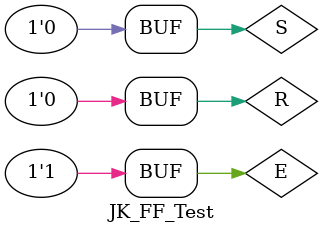
<source format=v>
module andGate(c,a,b);
input a,b;
output c;
wire a,b,c;
and(c,a,b);
endmodule


module norGate(c,a,b);
input a,b;
output c;
wire a,b,c;
nor(c,a,b);
endmodule





module notGate(c,a);
input a;
output c;
wire a,c;
not(c,a);
endmodule


module JK_FF_Test;
reg R,E,S;
wire t1,t2,Q_bar,Q;

notGate g1(Q_bar,Q);
andGate g2(t1,R,E);
andGate g3(t2,S,E);

norGate g4(Q,Q_bar,t1);
norGate g5(Q_bar,Q,t2);


initial
	begin
		#5 R=1'b0;
		#5 S=1'b0;
		#5 E=1'b1;
		
	
		#15 R=1'b1;
		#25 S=1'b0;


		#35 R=1'b0;
		#45 S=1'b1;


		#55 R=1'b1;
		#65 S=1'b1;


		#75 R=1'b0;
		#85 S=1'b0;		
	end
initial
		$monitor($time,"input R=%b S=%b --output-- Q=%b , Q_bar=%b ",R,S,Q,Q_bar);
endmodule



</source>
